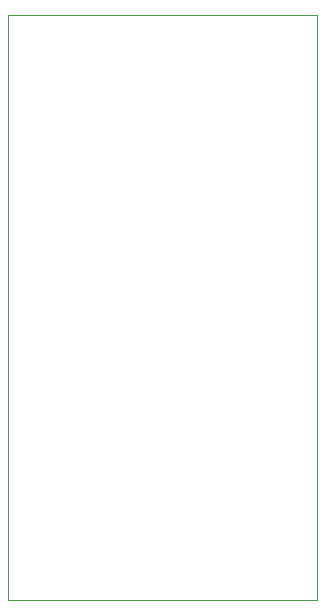
<source format=gm1>
%TF.GenerationSoftware,KiCad,Pcbnew,7.0.2-6a45011f42~172~ubuntu22.04.1*%
%TF.CreationDate,2023-05-03T21:07:20-04:00*%
%TF.ProjectId,RP2040_DevBoard_v2,52503230-3430-45f4-9465-76426f617264,-*%
%TF.SameCoordinates,Original*%
%TF.FileFunction,Profile,NP*%
%FSLAX46Y46*%
G04 Gerber Fmt 4.6, Leading zero omitted, Abs format (unit mm)*
G04 Created by KiCad (PCBNEW 7.0.2-6a45011f42~172~ubuntu22.04.1) date 2023-05-03 21:07:20*
%MOMM*%
%LPD*%
G01*
G04 APERTURE LIST*
%TA.AperFunction,Profile*%
%ADD10C,0.100000*%
%TD*%
G04 APERTURE END LIST*
D10*
X154559000Y-89535000D02*
X180721000Y-89535000D01*
X180721000Y-139065000D01*
X154559000Y-139065000D01*
X154559000Y-89535000D01*
M02*

</source>
